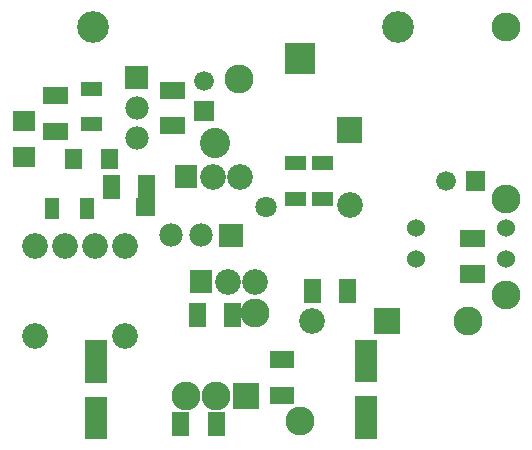
<source format=gbs>
G04 start of page 12 for group -4062 idx -4062 *
G04 Title: (unknown), soldermask *
G04 Creator: pcb-gtk 20140316 *
G04 CreationDate: Tue 27 Oct 2015 07:07:31 AM GMT UTC *
G04 For: janik *
G04 Format: Gerber/RS-274X *
G04 PCB-Dimensions (mm): 45.72 38.10 *
G04 PCB-Coordinate-Origin: lower left *
%MOMM*%
%FSLAX43Y43*%
%LNGBS*%
%ADD177R,1.816X1.816*%
%ADD176R,1.676X1.676*%
%ADD175R,1.422X1.422*%
%ADD174R,1.452X1.452*%
%ADD173R,1.198X1.198*%
%ADD172C,2.692*%
%ADD171C,1.803*%
%ADD170C,2.184*%
%ADD169C,1.524*%
%ADD168C,2.565*%
%ADD167C,2.438*%
%ADD166C,1.981*%
%ADD165C,1.676*%
%ADD164C,0.002*%
G54D164*G36*
X16180Y29286D02*Y27610D01*
X17856D01*
Y29286D01*
X16180D01*
G37*
G54D165*X17018Y30988D03*
G54D164*G36*
X10312Y32233D02*Y30251D01*
X12294D01*
Y32233D01*
X10312D01*
G37*
G54D166*X11303Y28702D03*
Y26162D03*
G54D167*X19939Y31115D03*
G54D164*G36*
X23866Y34157D02*Y31591D01*
X26431D01*
Y34157D01*
X23866D01*
G37*
G54D168*X17964Y25690D03*
G54D167*X42545Y12827D03*
Y20955D03*
G54D169*X34925Y18542D03*
X42545D03*
X34925Y15875D03*
X42545D03*
G54D167*Y35560D03*
G54D164*G36*
X39167Y23317D02*Y21641D01*
X40843D01*
Y23317D01*
X39167D01*
G37*
G54D165*X37465Y22479D03*
G54D164*G36*
X28245Y27889D02*Y25705D01*
X30429D01*
Y27889D01*
X28245D01*
G37*
G54D170*X29337Y20447D03*
G54D167*X39370Y10668D03*
G54D164*G36*
X31420Y11760D02*Y9576D01*
X33604D01*
Y11760D01*
X31420D01*
G37*
G36*
X19482Y5410D02*Y3226D01*
X21666D01*
Y5410D01*
X19482D01*
G37*
G54D167*X18034Y4318D03*
X15494D03*
X25146Y2159D03*
G54D170*X26162Y10668D03*
X10287Y9398D03*
X2667D03*
G54D167*X21336Y11303D03*
G54D164*G36*
X14529Y23825D02*Y21895D01*
X16459D01*
Y23825D01*
X14529D01*
G37*
G54D166*X16764Y17907D03*
X14224D03*
G54D170*X17780Y22860D03*
X20066D03*
X10287Y17018D03*
X7747D03*
X5207D03*
X2667D03*
G54D164*G36*
X15799Y14935D02*Y13005D01*
X17729D01*
Y14935D01*
X15799D01*
G37*
G54D170*X19050Y13970D03*
X21336D03*
G54D164*G36*
X18313Y18898D02*Y16916D01*
X20295D01*
Y18898D01*
X18313D01*
G37*
G36*
X11290Y21095D02*Y19545D01*
X12840D01*
Y21095D01*
X11290D01*
G37*
G54D171*X22225Y20320D03*
G54D172*X7620Y35560D03*
X33401D03*
G54D173*X7112Y20493D02*Y19893D01*
X4112Y20493D02*Y19893D01*
G54D174*X9168Y22271D02*Y21671D01*
G54D175*X9017Y24511D02*Y24257D01*
G54D174*X12168Y22271D02*Y21671D01*
G54D173*X7193Y27305D02*X7793D01*
G54D174*X14051Y27178D02*X14651D01*
G54D173*X7193Y30305D02*X7793D01*
G54D174*X14051Y30178D02*X14651D01*
X4145Y29718D02*X4745D01*
X4145Y26718D02*X4745D01*
G54D176*X1651Y24511D02*X1905D01*
X1651Y27559D02*X1905D01*
G54D175*X5969Y24511D02*Y24257D01*
G54D174*X23322Y4366D02*X23922D01*
X23322Y7366D02*X23922D01*
G54D177*X30734Y3352D02*Y1552D01*
X7874Y3339D02*Y1539D01*
Y8139D02*Y6339D01*
G54D174*X15034Y2205D02*Y1605D01*
X16431Y11476D02*Y10876D01*
X19431Y11476D02*Y10876D01*
X18034Y2205D02*Y1605D01*
G54D173*X24465Y24003D02*X25065D01*
X24465Y21003D02*X25065D01*
X26751Y24003D02*X27351D01*
X26751Y21003D02*X27351D01*
G54D174*X39451Y17629D02*X40051D01*
X39451Y14629D02*X40051D01*
X29162Y13508D02*Y12908D01*
X26162Y13508D02*Y12908D01*
G54D177*X30734Y8152D02*Y6352D01*
M02*

</source>
